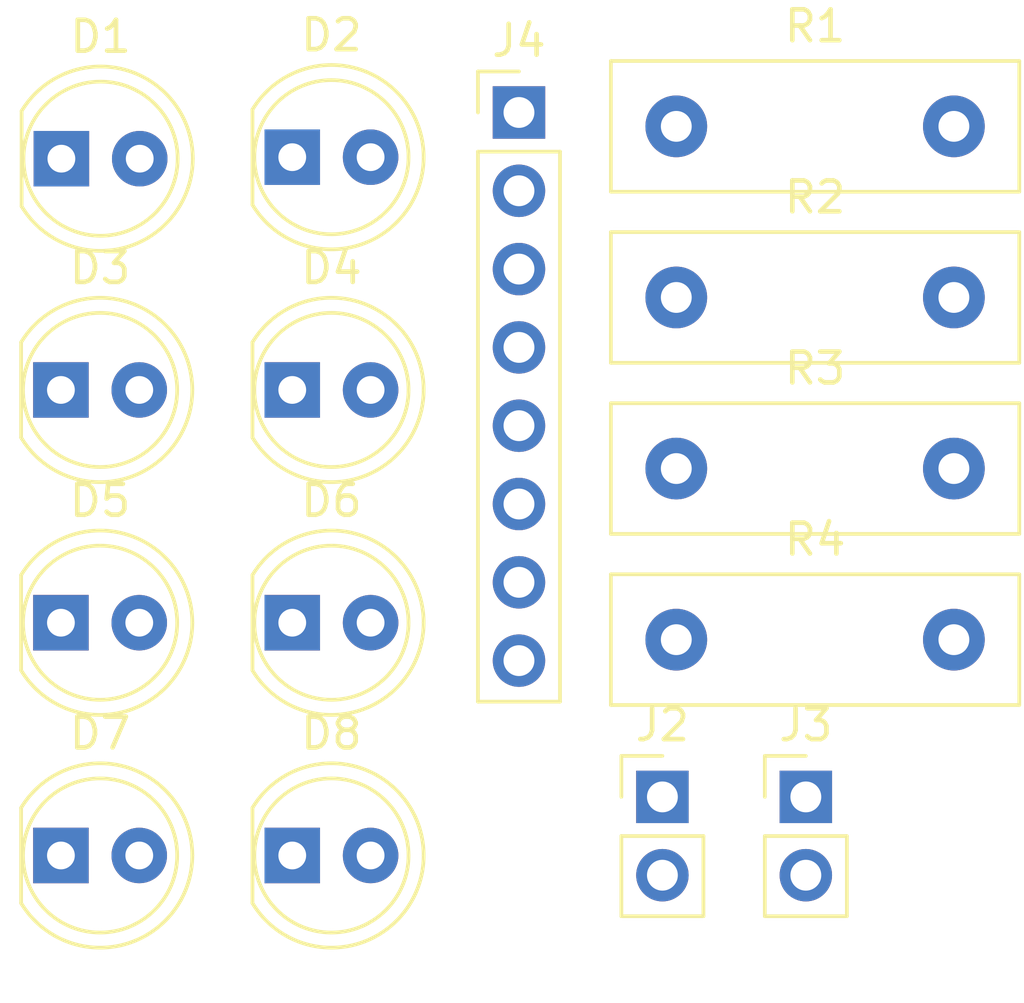
<source format=kicad_pcb>
(kicad_pcb (version 20221018) (generator pcbnew)
  (layers (0 "F.Cu" signal) (31 "B.Cu" signal) (34 "B.Paste" user) (35 "F.Paste" user) (36 "B.SilkS" user "B.Silkscreen") (37 "F.SilkS" user "F.Silkscreen") (38 "B.Mask" user) (39 "F.Mask" user) (44 "Edge.Cuts" user))
  (net 0 "")
  (net 1 "Net-(D1-A)")
  (net 2 "Net-(D3-A)")
  (net 3 "Net-(D5-A)")
  (net 4 "Net-(D7-A)")
  (net 5 "GND")
  (net 6 "+5V")
  (net 7 "/DI1")
  (net 8 "/DI2")
  (net 9 "/DI3")
  (net 10 "/DI4")
  (net 11 "/DI5")
  (net 12 "/DI6")
  (net 13 "/DI7")
  (net 14 "/DI8")
  (footprint "Resistor_THT:R_Box_L13.0mm_W4.0mm_P9.00mm" (layer "F.Cu") (at 152.01 67.785)
    (fp_text reference "R1" (at 4.5 -3.25) (layer "F.SilkS"))
    (fp_text value "R")
    (fp_line (start -2.12 -2.12) (end -2.12 2.12) (stroke (width 0.12)) (layer "F.SilkS"))
    (fp_line (start -2.12 -2.12) (end 11.12 -2.12) (stroke (width 0.12)) (layer "F.SilkS"))
    (fp_line (start -2.12 2.12) (end 11.12 2.12) (stroke (width 0.12)) (layer "F.SilkS"))
    (fp_line (start 11.12 -2.12) (end 11.12 2.12) (stroke (width 0.12)) (layer "F.SilkS"))
    (pad "1" thru_hole circle (at 0 0) (size 2 2) (drill 1) (layers "*.Cu" "*.Mask") (net 6 "+5V"))
    (pad "2" thru_hole circle (at 9 0) (size 2 2) (drill 1) (layers "*.Cu" "*.Mask") (net 1 "Net-(D1-A)"))
  )
  (footprint "LED_THT:LED_D5.0mm" (layer "F.Cu") (at 132.06 91.435)
    (fp_text reference "D7" (at 1.27 -3.96) (layer "F.SilkS"))
    (fp_text value "LED")
    (fp_line (start -1.29 -1.545) (end -1.29 1.545) (stroke (width 0.12)) (layer "F.SilkS"))
    (fp_arc (start -1.29 -1.54483) (mid 2.072002 -2.880433) (end 4.26 0.000462) (stroke (width 0.12)) (layer "F.SilkS"))
    (fp_arc (start 4.26 -0.000462) (mid 2.072002 2.880433) (end -1.29 1.54483) (stroke (width 0.12)) (layer "F.SilkS"))
    (fp_circle (center 1.27 0) (end 3.77 0) (stroke (width 0.12)) (fill none) (layer "F.SilkS"))
    (pad "1" thru_hole rect (at 0 0) (size 1.8 1.8) (drill 0.9) (layers "*.Cu" "*.Mask") (net 13 "/DI7"))
    (pad "2" thru_hole circle (at 2.54 0) (size 1.8 1.8) (drill 0.9) (layers "*.Cu" "*.Mask") (net 4 "Net-(D7-A)"))
  )
  (footprint "LED_THT:LED_D5.0mm" (layer "F.Cu") (at 139.56 91.435)
    (fp_text reference "D8" (at 1.27 -3.96) (layer "F.SilkS"))
    (fp_text value "LED")
    (fp_line (start -1.29 -1.545) (end -1.29 1.545) (stroke (width 0.12)) (layer "F.SilkS"))
    (fp_arc (start -1.29 -1.54483) (mid 2.072002 -2.880433) (end 4.26 0.000462) (stroke (width 0.12)) (layer "F.SilkS"))
    (fp_arc (start 4.26 -0.000462) (mid 2.072002 2.880433) (end -1.29 1.54483) (stroke (width 0.12)) (layer "F.SilkS"))
    (fp_circle (center 1.27 0) (end 3.77 0) (stroke (width 0.12)) (fill none) (layer "F.SilkS"))
    (pad "1" thru_hole rect (at 0 0) (size 1.8 1.8) (drill 0.9) (layers "*.Cu" "*.Mask") (net 14 "/DI8"))
    (pad "2" thru_hole circle (at 2.54 0) (size 1.8 1.8) (drill 0.9) (layers "*.Cu" "*.Mask") (net 4 "Net-(D7-A)"))
  )
  (footprint "LED_THT:LED_D5.0mm" (layer "F.Cu") (at 132.06 76.335)
    (fp_text reference "D3" (at 1.27 -3.96) (layer "F.SilkS"))
    (fp_text value "LED")
    (fp_line (start -1.29 -1.545) (end -1.29 1.545) (stroke (width 0.12)) (layer "F.SilkS"))
    (fp_arc (start -1.29 -1.54483) (mid 2.072002 -2.880433) (end 4.26 0.000462) (stroke (width 0.12)) (layer "F.SilkS"))
    (fp_arc (start 4.26 -0.000462) (mid 2.072002 2.880433) (end -1.29 1.54483) (stroke (width 0.12)) (layer "F.SilkS"))
    (fp_circle (center 1.27 0) (end 3.77 0) (stroke (width 0.12)) (fill none) (layer "F.SilkS"))
    (pad "1" thru_hole rect (at 0 0) (size 1.8 1.8) (drill 0.9) (layers "*.Cu" "*.Mask") (net 9 "/DI3"))
    (pad "2" thru_hole circle (at 2.54 0) (size 1.8 1.8) (drill 0.9) (layers "*.Cu" "*.Mask") (net 2 "Net-(D3-A)"))
  )
  (footprint "Resistor_THT:R_Box_L13.0mm_W4.0mm_P9.00mm" (layer "F.Cu") (at 152.01 73.335)
    (fp_text reference "R2" (at 4.5 -3.25) (layer "F.SilkS"))
    (fp_text value "R")
    (fp_line (start -2.12 -2.12) (end -2.12 2.12) (stroke (width 0.12)) (layer "F.SilkS"))
    (fp_line (start -2.12 -2.12) (end 11.12 -2.12) (stroke (width 0.12)) (layer "F.SilkS"))
    (fp_line (start -2.12 2.12) (end 11.12 2.12) (stroke (width 0.12)) (layer "F.SilkS"))
    (fp_line (start 11.12 -2.12) (end 11.12 2.12) (stroke (width 0.12)) (layer "F.SilkS"))
    (pad "1" thru_hole circle (at 0 0) (size 2 2) (drill 1) (layers "*.Cu" "*.Mask") (net 6 "+5V"))
    (pad "2" thru_hole circle (at 9 0) (size 2 2) (drill 1) (layers "*.Cu" "*.Mask") (net 2 "Net-(D3-A)"))
  )
  (footprint "LED_THT:LED_D5.0mm" (layer "F.Cu") (at 132.075 68.834)
    (fp_text reference "D1" (at 1.27 -3.96) (layer "F.SilkS"))
    (fp_text value "LED")
    (fp_line (start -1.29 -1.545) (end -1.29 1.545) (stroke (width 0.12)) (layer "F.SilkS"))
    (fp_arc (start -1.29 -1.54483) (mid 2.072002 -2.880433) (end 4.26 0.000462) (stroke (width 0.12)) (layer "F.SilkS"))
    (fp_arc (start 4.26 -0.000462) (mid 2.072002 2.880433) (end -1.29 1.54483) (stroke (width 0.12)) (layer "F.SilkS"))
    (fp_circle (center 1.27 0) (end 3.77 0) (stroke (width 0.12)) (fill none) (layer "F.SilkS"))
    (pad "1" thru_hole rect (at 0 0) (size 1.8 1.8) (drill 0.9) (layers "*.Cu" "*.Mask") (net 7 "/DI1"))
    (pad "2" thru_hole circle (at 2.54 0) (size 1.8 1.8) (drill 0.9) (layers "*.Cu" "*.Mask") (net 1 "Net-(D1-A)"))
  )
  (footprint "LED_THT:LED_D5.0mm" (layer "F.Cu") (at 132.06 83.885)
    (fp_text reference "D5" (at 1.27 -3.96) (layer "F.SilkS"))
    (fp_text value "LED")
    (fp_line (start -1.29 -1.545) (end -1.29 1.545) (stroke (width 0.12)) (layer "F.SilkS"))
    (fp_arc (start -1.29 -1.54483) (mid 2.072002 -2.880433) (end 4.26 0.000462) (stroke (width 0.12)) (layer "F.SilkS"))
    (fp_arc (start 4.26 -0.000462) (mid 2.072002 2.880433) (end -1.29 1.54483) (stroke (width 0.12)) (layer "F.SilkS"))
    (fp_circle (center 1.27 0) (end 3.77 0) (stroke (width 0.12)) (fill none) (layer "F.SilkS"))
    (pad "1" thru_hole rect (at 0 0) (size 1.8 1.8) (drill 0.9) (layers "*.Cu" "*.Mask") (net 11 "/DI5"))
    (pad "2" thru_hole circle (at 2.54 0) (size 1.8 1.8) (drill 0.9) (layers "*.Cu" "*.Mask") (net 3 "Net-(D5-A)"))
  )
  (footprint "LED_THT:LED_D5.0mm" (layer "F.Cu") (at 139.56 76.335)
    (fp_text reference "D4" (at 1.27 -3.96) (layer "F.SilkS"))
    (fp_text value "LED")
    (fp_line (start -1.29 -1.545) (end -1.29 1.545) (stroke (width 0.12)) (layer "F.SilkS"))
    (fp_arc (start -1.29 -1.54483) (mid 2.072002 -2.880433) (end 4.26 0.000462) (stroke (width 0.12)) (layer "F.SilkS"))
    (fp_arc (start 4.26 -0.000462) (mid 2.072002 2.880433) (end -1.29 1.54483) (stroke (width 0.12)) (layer "F.SilkS"))
    (fp_circle (center 1.27 0) (end 3.77 0) (stroke (width 0.12)) (fill none) (layer "F.SilkS"))
    (pad "1" thru_hole rect (at 0 0) (size 1.8 1.8) (drill 0.9) (layers "*.Cu" "*.Mask") (net 10 "/DI4"))
    (pad "2" thru_hole circle (at 2.54 0) (size 1.8 1.8) (drill 0.9) (layers "*.Cu" "*.Mask") (net 2 "Net-(D3-A)"))
  )
  (footprint "LED_THT:LED_D5.0mm" (layer "F.Cu") (at 139.56 83.885)
    (fp_text reference "D6" (at 1.27 -3.96) (layer "F.SilkS"))
    (fp_text value "LED")
    (fp_line (start -1.29 -1.545) (end -1.29 1.545) (stroke (width 0.12)) (layer "F.SilkS"))
    (fp_arc (start -1.29 -1.54483) (mid 2.072002 -2.880433) (end 4.26 0.000462) (stroke (width 0.12)) (layer "F.SilkS"))
    (fp_arc (start 4.26 -0.000462) (mid 2.072002 2.880433) (end -1.29 1.54483) (stroke (width 0.12)) (layer "F.SilkS"))
    (fp_circle (center 1.27 0) (end 3.77 0) (stroke (width 0.12)) (fill none) (layer "F.SilkS"))
    (pad "1" thru_hole rect (at 0 0) (size 1.8 1.8) (drill 0.9) (layers "*.Cu" "*.Mask") (net 12 "/DI6"))
    (pad "2" thru_hole circle (at 2.54 0) (size 1.8 1.8) (drill 0.9) (layers "*.Cu" "*.Mask") (net 3 "Net-(D5-A)"))
  )
  (footprint "Resistor_THT:R_Box_L13.0mm_W4.0mm_P9.00mm" (layer "F.Cu") (at 152.01 78.885)
    (fp_text reference "R3" (at 4.5 -3.25) (layer "F.SilkS"))
    (fp_text value "R")
    (fp_line (start -2.12 -2.12) (end -2.12 2.12) (stroke (width 0.12)) (layer "F.SilkS"))
    (fp_line (start -2.12 -2.12) (end 11.12 -2.12) (stroke (width 0.12)) (layer "F.SilkS"))
    (fp_line (start -2.12 2.12) (end 11.12 2.12) (stroke (width 0.12)) (layer "F.SilkS"))
    (fp_line (start 11.12 -2.12) (end 11.12 2.12) (stroke (width 0.12)) (layer "F.SilkS"))
    (pad "1" thru_hole circle (at 0 0) (size 2 2) (drill 1) (layers "*.Cu" "*.Mask") (net 6 "+5V"))
    (pad "2" thru_hole circle (at 9 0) (size 2 2) (drill 1) (layers "*.Cu" "*.Mask") (net 3 "Net-(D5-A)"))
  )
  (footprint "Connector_PinHeader_2.54mm:PinHeader_1x08_P2.54mm_Vertical" (layer "F.Cu") (at 146.91 67.335)
    (fp_text reference "J4" (at 0 -2.33) (layer "F.SilkS"))
    (fp_text value "Conn_01x08")
    (fp_line (start -1.33 -1.33) (end 0 -1.33) (stroke (width 0.12)) (layer "F.SilkS"))
    (fp_line (start -1.33 0) (end -1.33 -1.33) (stroke (width 0.12)) (layer "F.SilkS"))
    (fp_line (start -1.33 1.27) (end -1.33 19.11) (stroke (width 0.12)) (layer "F.SilkS"))
    (fp_line (start -1.33 1.27) (end 1.33 1.27) (stroke (width 0.12)) (layer "F.SilkS"))
    (fp_line (start -1.33 19.11) (end 1.33 19.11) (stroke (width 0.12)) (layer "F.SilkS"))
    (fp_line (start 1.33 1.27) (end 1.33 19.11) (stroke (width 0.12)) (layer "F.SilkS"))
    (pad "1" thru_hole rect (at 0 0) (size 1.7 1.7) (drill 1) (layers "*.Cu" "*.Mask") (net 7 "/DI1"))
    (pad "2" thru_hole oval (at 0 2.54) (size 1.7 1.7) (drill 1) (layers "*.Cu" "*.Mask") (net 8 "/DI2"))
    (pad "3" thru_hole oval (at 0 5.08) (size 1.7 1.7) (drill 1) (layers "*.Cu" "*.Mask") (net 9 "/DI3"))
    (pad "4" thru_hole oval (at 0 7.62) (size 1.7 1.7) (drill 1) (layers "*.Cu" "*.Mask") (net 10 "/DI4"))
    (pad "5" thru_hole oval (at 0 10.16) (size 1.7 1.7) (drill 1) (layers "*.Cu" "*.Mask") (net 11 "/DI5"))
    (pad "6" thru_hole oval (at 0 12.7) (size 1.7 1.7) (drill 1) (layers "*.Cu" "*.Mask") (net 12 "/DI6"))
    (pad "7" thru_hole oval (at 0 15.24) (size 1.7 1.7) (drill 1) (layers "*.Cu" "*.Mask") (net 13 "/DI7"))
    (pad "8" thru_hole oval (at 0 17.78) (size 1.7 1.7) (drill 1) (layers "*.Cu" "*.Mask") (net 14 "/DI8"))
  )
  (footprint "Connector_PinHeader_2.54mm:PinHeader_1x02_P2.54mm_Vertical" (layer "F.Cu") (at 156.21 89.535)
    (fp_text reference "J3" (at 0 -2.33) (layer "F.SilkS"))
    (fp_text value "Conn_01x02")
    (fp_line (start -1.33 -1.33) (end 0 -1.33) (stroke (width 0.12)) (layer "F.SilkS"))
    (fp_line (start -1.33 0) (end -1.33 -1.33) (stroke (width 0.12)) (layer "F.SilkS"))
    (fp_line (start -1.33 1.27) (end -1.33 3.87) (stroke (width 0.12)) (layer "F.SilkS"))
    (fp_line (start -1.33 1.27) (end 1.33 1.27) (stroke (width 0.12)) (layer "F.SilkS"))
    (fp_line (start -1.33 3.87) (end 1.33 3.87) (stroke (width 0.12)) (layer "F.SilkS"))
    (fp_line (start 1.33 1.27) (end 1.33 3.87) (stroke (width 0.12)) (layer "F.SilkS"))
    (pad "1" thru_hole rect (at 0 0) (size 1.7 1.7) (drill 1) (layers "*.Cu" "*.Mask") (net 5 "GND"))
    (pad "2" thru_hole oval (at 0 2.54) (size 1.7 1.7) (drill 1) (layers "*.Cu" "*.Mask") (net 6 "+5V"))
  )
  (footprint "Resistor_THT:R_Box_L13.0mm_W4.0mm_P9.00mm" (layer "F.Cu") (at 152.01 84.435)
    (fp_text reference "R4" (at 4.5 -3.25) (layer "F.SilkS"))
    (fp_text value "R")
    (fp_line (start -2.12 -2.12) (end -2.12 2.12) (stroke (width 0.12)) (layer "F.SilkS"))
    (fp_line (start -2.12 -2.12) (end 11.12 -2.12) (stroke (width 0.12)) (layer "F.SilkS"))
    (fp_line (start -2.12 2.12) (end 11.12 2.12) (stroke (width 0.12)) (layer "F.SilkS"))
    (fp_line (start 11.12 -2.12) (end 11.12 2.12) (stroke (width 0.12)) (layer "F.SilkS"))
    (pad "1" thru_hole circle (at 0 0) (size 2 2) (drill 1) (layers "*.Cu" "*.Mask") (net 6 "+5V"))
    (pad "2" thru_hole circle (at 9 0) (size 2 2) (drill 1) (layers "*.Cu" "*.Mask") (net 4 "Net-(D7-A)"))
  )
  (footprint "Connector_PinHeader_2.54mm:PinHeader_1x02_P2.54mm_Vertical" (layer "F.Cu") (at 151.56 89.535)
    (fp_text reference "J2" (at 0 -2.33) (layer "F.SilkS"))
    (fp_text value "Conn_01x02")
    (fp_line (start -1.33 -1.33) (end 0 -1.33) (stroke (width 0.12)) (layer "F.SilkS"))
    (fp_line (start -1.33 0) (end -1.33 -1.33) (stroke (width 0.12)) (layer "F.SilkS"))
    (fp_line (start -1.33 1.27) (end -1.33 3.87) (stroke (width 0.12)) (layer "F.SilkS"))
    (fp_line (start -1.33 1.27) (end 1.33 1.27) (stroke (width 0.12)) (layer "F.SilkS"))
    (fp_line (start -1.33 3.87) (end 1.33 3.87) (stroke (width 0.12)) (layer "F.SilkS"))
    (fp_line (start 1.33 1.27) (end 1.33 3.87) (stroke (width 0.12)) (layer "F.SilkS"))
    (pad "1" thru_hole rect (at 0 0) (size 1.7 1.7) (drill 1) (layers "*.Cu" "*.Mask") (net 5 "GND"))
    (pad "2" thru_hole oval (at 0 2.54) (size 1.7 1.7) (drill 1) (layers "*.Cu" "*.Mask") (net 6 "+5V"))
  )
  (footprint "LED_THT:LED_D5.0mm" (layer "F.Cu") (at 139.56 68.785)
    (fp_text reference "D2" (at 1.27 -3.96) (layer "F.SilkS"))
    (fp_text value "LED")
    (fp_line (start -1.29 -1.545) (end -1.29 1.545) (stroke (width 0.12)) (layer "F.SilkS"))
    (fp_arc (start -1.29 -1.54483) (mid 2.072002 -2.880433) (end 4.26 0.000462) (stroke (width 0.12)) (layer "F.SilkS"))
    (fp_arc (start 4.26 -0.000462) (mid 2.072002 2.880433) (end -1.29 1.54483) (stroke (width 0.12)) (layer "F.SilkS"))
    (fp_circle (center 1.27 0) (end 3.77 0) (stroke (width 0.12)) (fill none) (layer "F.SilkS"))
    (pad "1" thru_hole rect (at 0 0) (size 1.8 1.8) (drill 0.9) (layers "*.Cu" "*.Mask") (net 8 "/DI2"))
    (pad "2" thru_hole circle (at 2.54 0) (size 1.8 1.8) (drill 0.9) (layers "*.Cu" "*.Mask") (net 1 "Net-(D1-A)"))
  )
)
</source>
